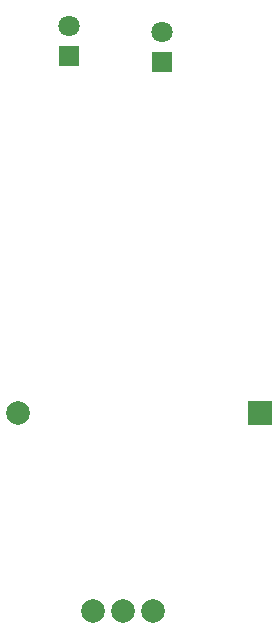
<source format=gbr>
%TF.GenerationSoftware,KiCad,Pcbnew,(5.1.6)-1*%
%TF.CreationDate,2020-10-19T09:00:09+02:00*%
%TF.ProjectId,Drache3,44726163-6865-4332-9e6b-696361645f70,rev?*%
%TF.SameCoordinates,Original*%
%TF.FileFunction,Copper,L1,Top*%
%TF.FilePolarity,Positive*%
%FSLAX46Y46*%
G04 Gerber Fmt 4.6, Leading zero omitted, Abs format (unit mm)*
G04 Created by KiCad (PCBNEW (5.1.6)-1) date 2020-10-19 09:00:09*
%MOMM*%
%LPD*%
G01*
G04 APERTURE LIST*
%TA.AperFunction,ComponentPad*%
%ADD10R,1.800000X1.800000*%
%TD*%
%TA.AperFunction,ComponentPad*%
%ADD11C,1.800000*%
%TD*%
%TA.AperFunction,ComponentPad*%
%ADD12C,2.000000*%
%TD*%
%TA.AperFunction,ComponentPad*%
%ADD13R,2.000000X2.000000*%
%TD*%
G04 APERTURE END LIST*
D10*
%TO.P,D1,1*%
%TO.N,Net-(D1-Pad1)*%
X134112000Y-76200000D03*
D11*
%TO.P,D1,2*%
%TO.N,Net-(D1-Pad2)*%
X134112000Y-73660000D03*
%TD*%
%TO.P,D2,2*%
%TO.N,Net-(D1-Pad2)*%
X141986000Y-74168000D03*
D10*
%TO.P,D2,1*%
%TO.N,Net-(D1-Pad1)*%
X141986000Y-76708000D03*
%TD*%
D12*
%TO.P,S1,1*%
%TO.N,Net-(S1-Pad1)*%
X136144000Y-123190000D03*
%TO.P,S1,2*%
%TO.N,Net-(D1-Pad2)*%
X138684000Y-123190000D03*
%TO.P,S1,3*%
%TO.N,Net-(S1-Pad3)*%
X141224000Y-123190000D03*
%TD*%
%TO.P,U1,1*%
%TO.N,Net-(S1-Pad1)*%
X129794000Y-106426000D03*
D13*
%TO.P,U1,2*%
%TO.N,Net-(D1-Pad1)*%
X150245600Y-106426000D03*
%TD*%
M02*

</source>
